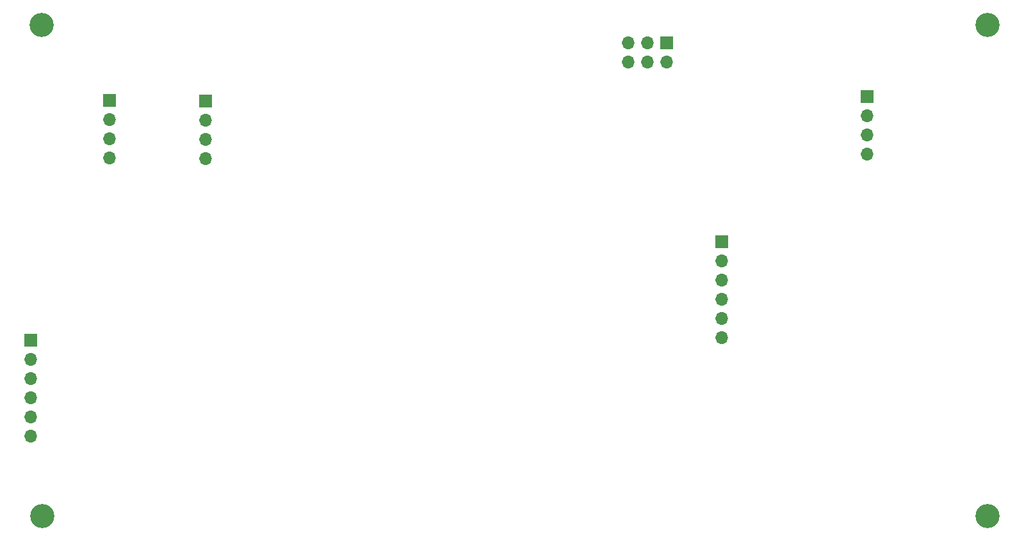
<source format=gbr>
%TF.GenerationSoftware,KiCad,Pcbnew,(5.99.0-2358-g6d8fb94d8)*%
%TF.CreationDate,2020-07-27T20:41:13+08:00*%
%TF.ProjectId,TheSPT_v2,54686553-5054-45f7-9632-2e6b69636164,V3.0*%
%TF.SameCoordinates,Original*%
%TF.FileFunction,Soldermask,Bot*%
%TF.FilePolarity,Negative*%
%FSLAX46Y46*%
G04 Gerber Fmt 4.6, Leading zero omitted, Abs format (unit mm)*
G04 Created by KiCad (PCBNEW (5.99.0-2358-g6d8fb94d8)) date 2020-07-27 20:41:13*
%MOMM*%
%LPD*%
G01*
G04 APERTURE LIST*
%ADD10R,1.700000X1.700000*%
%ADD11O,1.700000X1.700000*%
%ADD12C,3.200000*%
G04 APERTURE END LIST*
D10*
%TO.C,U4*%
X75654000Y-64014000D03*
D11*
X75654000Y-69094000D03*
X75654000Y-66554000D03*
X75654000Y-71634000D03*
D10*
X62954000Y-63970000D03*
D11*
X62954000Y-66510000D03*
X62954000Y-69050000D03*
X62954000Y-71590000D03*
%TD*%
%TO.C,J13*%
X131534000Y-58890000D03*
X131534000Y-56350000D03*
X134074000Y-58890000D03*
X134074000Y-56350000D03*
X136614000Y-58890000D03*
D10*
X136614000Y-56350000D03*
%TD*%
D12*
%TO.C,H4*%
X179000000Y-119000000D03*
%TD*%
%TO.C,H3*%
X54064000Y-119000000D03*
%TD*%
%TO.C,H2*%
X179000000Y-54000000D03*
%TD*%
%TO.C,H1*%
X54000000Y-54000000D03*
%TD*%
D11*
%TO.C,J12*%
X163090000Y-71050000D03*
X163090000Y-68510000D03*
X163090000Y-65970000D03*
D10*
X163090000Y-63430000D03*
%TD*%
D11*
%TO.C,J8*%
X143860000Y-95420000D03*
X143860000Y-92880000D03*
X143860000Y-90340000D03*
X143860000Y-87800000D03*
X143860000Y-85260000D03*
D10*
X143860000Y-82720000D03*
%TD*%
D11*
%TO.C,J2*%
X52540000Y-108420000D03*
X52540000Y-105880000D03*
X52540000Y-103340000D03*
X52540000Y-100800000D03*
X52540000Y-98260000D03*
D10*
X52540000Y-95720000D03*
%TD*%
M02*

</source>
